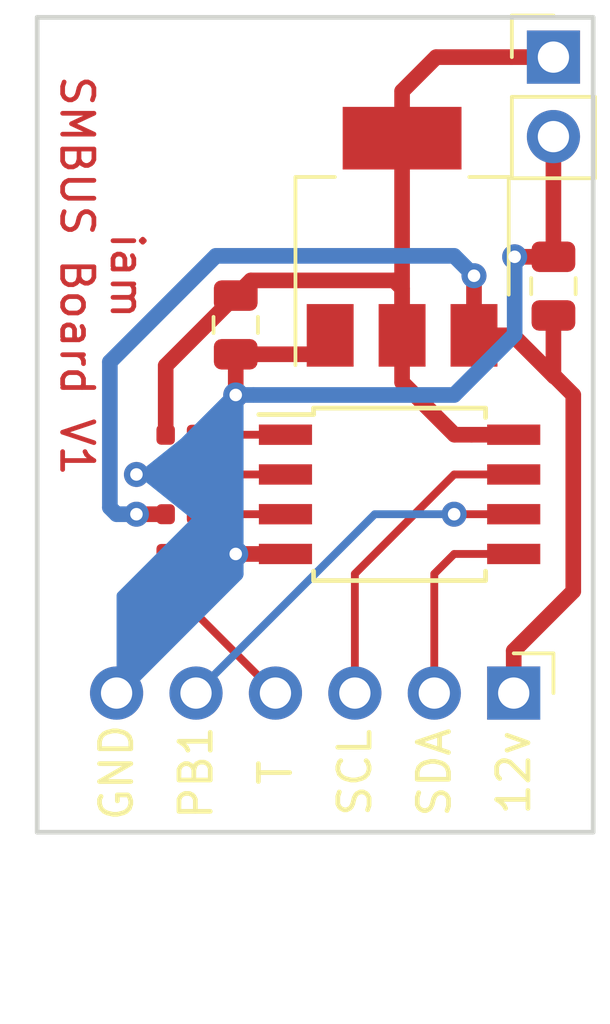
<source format=kicad_pcb>
(kicad_pcb (version 20241229) (generator "pcbnew") (generator_version "9.0")
  (layers (0 "F.Cu" signal) (2 "B.Cu" signal) (13 "F.Paste" user) (15 "B.Paste" user) (5 "F.SilkS" user) (7 "B.SilkS" user) (1 "F.Mask" user) (3 "B.Mask" user) (25 "Edge.Cuts" user))
  (net 0 "")
  (net 1 "GND")
  (net 2 "3.3v")
  (net 3 "VBatSensor")
  (net 4 "12v")
  (net 5 "SCL")
  (net 6 "SDA")
  (net 7 "CurrentSensor")
  (net 8 "T")
  (net 9 "R")
  (net 10 "T_C")
  (footprint "Resistor_SMD:R_0402_1005Metric" (layer "F.Cu") (at 153.185 111.125)
    (property "Reference" "R1" (hide yes))
    (property "Value" "3.3K" (hide yes))
    (pad "1" smd roundrect (at -0.485 0) (size 0.59 0.64) (layers "F.Cu" "F.Mask" "F.Paste") (net 1 "GND"))
    (pad "2" smd roundrect (at 0.485 0) (size 0.59 0.64) (layers "F.Cu" "F.Mask" "F.Paste") (net 3 "VBatSensor"))
  )
  (footprint "Resistor_SMD:R_0402_1005Metric" (layer "F.Cu") (at 153.185 112.395)
    (property "Reference" "R2" (hide yes))
    (property "Value" "10K" (hide yes))
    (pad "1" smd roundrect (at -0.485 0) (size 0.59 0.64) (layers "F.Cu" "F.Mask" "F.Paste") (net 4 "12v"))
    (pad "2" smd roundrect (at 0.485 0) (size 0.59 0.64) (layers "F.Cu" "F.Mask" "F.Paste") (net 3 "VBatSensor"))
  )
  (footprint "Capacitor_SMD:C_0805_2012Metric" (layer "F.Cu") (at 154.94 106.3475 -90)
    (property "Reference" "C1" (hide yes))
    (property "Value" "22uF" (hide yes))
    (fp_line (start -0.258578 0.71) (end 0.258578 0.71) (stroke (width 0.12)) (layer "F.SilkS"))
    (fp_line (start -0.258578 -0.71) (end 0.258578 -0.71) (stroke (width 0.12)) (layer "F.SilkS"))
    (pad "1" smd roundrect (at -0.9375 0 270) (size 0.975 1.4) (layers "F.Cu" "F.Mask" "F.Paste") (net 2 "3.3v"))
    (pad "2" smd roundrect (at 0.9375 0 270) (size 0.975 1.4) (layers "F.Cu" "F.Mask" "F.Paste") (net 1 "GND"))
  )
  (footprint "Resistor_SMD:R_0402_1005Metric" (layer "F.Cu") (at 153.185 109.855)
    (property "Reference" "R4" (hide yes))
    (property "Value" "10k" (hide yes))
    (pad "1" smd roundrect (at -0.485 0) (size 0.59 0.64) (layers "F.Cu" "F.Mask" "F.Paste") (net 2 "3.3v"))
    (pad "2" smd roundrect (at 0.485 0) (size 0.59 0.64) (layers "F.Cu" "F.Mask" "F.Paste") (net 9 "R"))
  )
  (footprint "Package_SO:SOIJ-8_5.3x5.3mm_P1.27mm" (layer "F.Cu") (at 160.18 111.76)
    (property "Reference" "U1" (hide yes))
    (property "Value" "ATtiny85-20SU")
    (fp_line (start -2.75 -2.755) (end -2.75 -2.55) (stroke (width 0.15)) (layer "F.SilkS"))
    (fp_line (start -2.75 -2.755) (end 2.75 -2.755) (stroke (width 0.15)) (layer "F.SilkS"))
    (fp_line (start -2.75 -2.55) (end -4.5 -2.55) (stroke (width 0.15)) (layer "F.SilkS"))
    (fp_line (start -2.75 2.755) (end -2.75 2.455) (stroke (width 0.15)) (layer "F.SilkS"))
    (fp_line (start -2.75 2.755) (end 2.75 2.755) (stroke (width 0.15)) (layer "F.SilkS"))
    (fp_line (start 2.75 -2.755) (end 2.75 -2.455) (stroke (width 0.15)) (layer "F.SilkS"))
    (fp_line (start 2.75 2.755) (end 2.75 2.455) (stroke (width 0.15)) (layer "F.SilkS"))
    (pad "1" smd rect (at -3.65 -1.905) (size 1.7 0.65) (layers "F.Cu" "F.Mask" "F.Paste") (net 9 "R"))
    (pad "2" smd rect (at -3.65 -0.635) (size 1.7 0.65) (layers "F.Cu" "F.Mask" "F.Paste") (net 3 "VBatSensor"))
    (pad "3" smd rect (at -3.65 0.635) (size 1.7 0.65) (layers "F.Cu" "F.Mask" "F.Paste") (net 10 "T_C"))
    (pad "4" smd rect (at -3.65 1.905) (size 1.7 0.65) (layers "F.Cu" "F.Mask" "F.Paste") (net 1 "GND"))
    (pad "5" smd rect (at 3.65 1.905) (size 1.7 0.65) (layers "F.Cu" "F.Mask" "F.Paste") (net 6 "SDA"))
    (pad "6" smd rect (at 3.65 0.635) (size 1.7 0.65) (layers "F.Cu" "F.Mask" "F.Paste") (net 7 "CurrentSensor"))
    (pad "7" smd rect (at 3.65 -0.635) (size 1.7 0.65) (layers "F.Cu" "F.Mask" "F.Paste") (net 5 "SCL"))
    (pad "8" smd rect (at 3.65 -1.905) (size 1.7 0.65) (layers "F.Cu" "F.Mask" "F.Paste") (net 2 "3.3v"))
  )
  (footprint "Package_TO_SOT_SMD:SOT-223-3_TabPin2" (layer "F.Cu") (at 160.26 103.53 90)
    (property "Reference" "U2" (hide yes))
    (property "Value" "LD1117S33TR_SOT223" (hide yes))
    (fp_line (start 1.91 -3.41) (end 1.91 -2.15) (stroke (width 0.12)) (layer "F.SilkS"))
    (fp_line (start -4.1 -3.41) (end 1.91 -3.41) (stroke (width 0.12)) (layer "F.SilkS"))
    (fp_line (start 1.91 3.41) (end 1.91 2.15) (stroke (width 0.12)) (layer "F.SilkS"))
    (fp_line (start -1.85 3.41) (end 1.91 3.41) (stroke (width 0.12)) (layer "F.SilkS"))
    (pad "1" smd rect (at -3.15 -2.3 90) (size 2 1.5) (layers "F.Cu" "F.Mask" "F.Paste") (net 1 "GND"))
    (pad "2" smd rect (at -3.15 0 90) (size 2 1.5) (layers "F.Cu" "F.Mask" "F.Paste") (net 2 "3.3v"))
    (pad "2" smd rect (at 3.15 0 90) (size 2 3.8) (layers "F.Cu" "F.Mask" "F.Paste") (net 2 "3.3v"))
    (pad "3" smd rect (at -3.15 2.3 90) (size 2 1.5) (layers "F.Cu" "F.Mask" "F.Paste") (net 4 "12v"))
  )
  (footprint "Resistor_SMD:R_0402_1005Metric" (layer "F.Cu") (at 153.185 113.665 180)
    (property "Reference" "R3" (hide yes))
    (property "Value" "10k" (hide yes))
    (pad "1" smd roundrect (at -0.485 0 180) (size 0.59 0.64) (layers "F.Cu" "F.Mask" "F.Paste") (net 10 "T_C"))
    (pad "2" smd roundrect (at 0.485 0 180) (size 0.59 0.64) (layers "F.Cu" "F.Mask" "F.Paste") (net 8 "T"))
  )
  (footprint "Connector_PinHeader_2.54mm:PinHeader_1x06_P2.54mm_Horizontal" (layer "F.Cu") (at 163.83 118.11 -90)
    (property "Reference" "J1" (hide yes))
    (property "Value" "Conn_01x06_Male" (hide yes))
    (fp_line (start -1.27 0) (end -1.27 -1.27) (stroke (width 0.12)) (layer "F.SilkS"))
    (fp_line (start -1.27 -1.27) (end 0 -1.27) (stroke (width 0.12)) (layer "F.SilkS"))
    (fp_text user "SCL" (at 2.54 5.08 90) (layer "F.SilkS"))
    (fp_text user "12v" (at 2.54 0 90) (layer "F.SilkS"))
    (fp_text user "T" (at 2.54 7.62 90) (layer "F.SilkS"))
    (fp_text user "GND" (at 2.54 12.7 90) (layer "F.SilkS"))
    (fp_text user "SDA" (at 2.54 2.54 90) (layer "F.SilkS"))
    (fp_text user "PB1" (at 2.54 10.16 90) (layer "F.SilkS"))
    (pad "1" thru_hole rect (at 0 0 270) (size 1.7 1.7) (drill 1) (layers "*.Cu" "*.Mask") (net 4 "12v"))
    (pad "2" thru_hole oval (at 0 2.54 270) (size 1.7 1.7) (drill 1) (layers "*.Cu" "*.Mask") (net 6 "SDA"))
    (pad "3" thru_hole oval (at 0 5.08 270) (size 1.7 1.7) (drill 1) (layers "*.Cu" "*.Mask") (net 5 "SCL"))
    (pad "4" thru_hole oval (at 0 7.62 270) (size 1.7 1.7) (drill 1) (layers "*.Cu" "*.Mask") (net 8 "T"))
    (pad "5" thru_hole oval (at 0 10.16 270) (size 1.7 1.7) (drill 1) (layers "*.Cu" "*.Mask") (net 7 "CurrentSensor"))
    (pad "6" thru_hole oval (at 0 12.7 270) (size 1.7 1.7) (drill 1) (layers "*.Cu" "*.Mask") (net 1 "GND"))
  )
  (footprint "Capacitor_SMD:C_0805_2012Metric" (layer "F.Cu") (at 165.1 105.1075 90)
    (property "Reference" "C2" (hide yes))
    (property "Value" "22uF" (hide yes))
    (fp_line (start -0.258578 -0.71) (end 0.258578 -0.71) (stroke (width 0.12)) (layer "F.SilkS"))
    (fp_line (start -0.258578 0.71) (end 0.258578 0.71) (stroke (width 0.12)) (layer "F.SilkS"))
    (pad "1" smd roundrect (at -0.9375 0 90) (size 0.975 1.4) (layers "F.Cu" "F.Mask" "F.Paste") (net 4 "12v"))
    (pad "2" smd roundrect (at 0.9375 0 90) (size 0.975 1.4) (layers "F.Cu" "F.Mask" "F.Paste") (net 1 "GND"))
  )
  (footprint "Connector_PinHeader_2.54mm:PinHeader_1x02_P2.54mm_Vertical" (layer "F.Cu") (at 165.1 97.79)
    (property "Reference" "J2" (hide yes))
    (property "Value" "Conn_01x02_Male" (hide yes))
    (fp_line (start -1.33 -1.33) (end 0 -1.33) (stroke (width 0.12)) (layer "F.SilkS"))
    (fp_line (start -1.33 0) (end -1.33 -1.33) (stroke (width 0.12)) (layer "F.SilkS"))
    (fp_line (start -1.33 1.27) (end -1.33 3.87) (stroke (width 0.12)) (layer "F.SilkS"))
    (fp_line (start -1.33 1.27) (end 1.33 1.27) (stroke (width 0.12)) (layer "F.SilkS"))
    (fp_line (start -1.33 3.87) (end 1.33 3.87) (stroke (width 0.12)) (layer "F.SilkS"))
    (fp_line (start 1.33 1.27) (end 1.33 3.87) (stroke (width 0.12)) (layer "F.SilkS"))
    (pad "1" thru_hole rect (at 0 0) (size 1.7 1.7) (drill 1) (layers "*.Cu" "*.Mask") (net 2 "3.3v"))
    (pad "2" thru_hole oval (at 0 2.54) (size 1.7 1.7) (drill 1) (layers "*.Cu" "*.Mask") (net 1 "GND"))
  )
  (gr_line (start 148.59 122.555) (end 148.59 96.52) (stroke (width 0.15)) (layer "Edge.Cuts"))
  (gr_line (start 166.37 122.555) (end 148.59 122.555) (stroke (width 0.15)) (layer "Edge.Cuts"))
  (gr_line (start 148.59 96.52) (end 166.37 96.52) (stroke (width 0.15)) (layer "Edge.Cuts"))
  (gr_line (start 166.37 96.52) (end 166.37 122.555) (stroke (width 0.15)) (layer "Edge.Cuts"))
  (gr_text "iam\nSMBUS Board V1\n\n" (at 149.86 104.775 -90) (layer "F.Cu") (effects (font (size 1 1))))
  (segment (start 154.94 113.665) (end 154.94 113.665) (width 0.5) (layer "F.Cu") (net 1))
  (segment (start 151.765 111.125) (end 151.765 111.125) (width 0.5) (layer "F.Cu") (net 1))
  (segment (start 154.94 108.585) (end 154.94 108.585) (width 0.5) (layer "F.Cu") (net 1))
  (segment (start 163.86 104.17) (end 163.86 104.17) (width 0.5) (layer "F.Cu") (net 1))
  (segment (start 163.86 104.17) (end 165.1 104.17) (width 0.5) (layer "F.Cu") (net 1))
  (segment (start 156.53 113.665) (end 154.94 113.665) (width 0.5) (layer "F.Cu") (net 1))
  (segment (start 154.94 107.285) (end 157.355 107.285) (width 0.5) (layer "F.Cu") (net 1))
  (segment (start 165.1 104.17) (end 165.1 100.33) (width 0.5) (layer "F.Cu") (net 1))
  (segment (start 154.94 107.285) (end 154.94 108.585) (width 0.5) (layer "F.Cu") (net 1))
  (segment (start 152.7 111.125) (end 151.765 111.125) (width 0.5) (layer "F.Cu") (net 1))
  (segment (start 157.355 107.285) (end 157.96 106.68) (width 0.5) (layer "F.Cu") (net 1))
  (via (at 163.86 104.17) (size 0.8) (drill 0.4) (layers "F.Cu" "B.Cu") (net 1))
  (via (at 151.765 111.125) (size 0.8) (drill 0.4) (layers "F.Cu" "B.Cu") (net 1))
  (via (at 154.94 113.665) (size 0.8) (drill 0.4) (layers "F.Cu" "B.Cu") (net 1))
  (via (at 154.94 108.585) (size 0.8) (drill 0.4) (layers "F.Cu" "B.Cu") (net 1))
  (segment (start 154.94 114.3) (end 151.13 118.11) (width 0.5) (layer "B.Cu") (net 1))
  (segment (start 161.925 108.585) (end 155.505685 108.585) (width 0.5) (layer "B.Cu") (net 1))
  (segment (start 155.505685 108.585) (end 154.94 108.585) (width 0.5) (layer "B.Cu") (net 1))
  (segment (start 163.86 106.65) (end 161.925 108.585) (width 0.5) (layer "B.Cu") (net 1))
  (segment (start 154.94 108.585) (end 154.94 113.665) (width 0.5) (layer "B.Cu") (net 1))
  (segment (start 163.86 104.17) (end 163.86 106.65) (width 0.5) (layer "B.Cu") (net 1))
  (segment (start 154.94 113.665) (end 154.94 114.3) (width 0.5) (layer "B.Cu") (net 1))
  (segment (start 151.765 111.125) (end 152.4 111.125) (width 0.5) (layer "B.Cu") (net 1))
  (segment (start 152.4 111.125) (end 154.94 108.585) (width 0.5) (layer "B.Cu") (net 1))
  (segment (start 160.26 108.18) (end 161.935 109.855) (width 0.5) (layer "F.Cu") (net 2))
  (segment (start 160.004473 104.924473) (end 160.26 105.18) (width 0.5) (layer "F.Cu") (net 2))
  (segment (start 160.26 105.18) (end 160.26 106.68) (width 0.5) (layer "F.Cu") (net 2))
  (segment (start 160.26 106.68) (end 160.26 108.18) (width 0.5) (layer "F.Cu") (net 2))
  (segment (start 162.48 109.855) (end 163.83 109.855) (width 0.5) (layer "F.Cu") (net 2))
  (segment (start 160.26 100.38) (end 160.26 98.88) (width 0.5) (layer "F.Cu") (net 2))
  (segment (start 154.94 105.41) (end 155.425527 104.924473) (width 0.5) (layer "F.Cu") (net 2))
  (segment (start 163.75 97.79) (end 165.1 97.79) (width 0.5) (layer "F.Cu") (net 2))
  (segment (start 155.425527 104.924473) (end 160.004473 104.924473) (width 0.5) (layer "F.Cu") (net 2))
  (segment (start 152.7 107.65) (end 152.7 109.855) (width 0.5) (layer "F.Cu") (net 2))
  (segment (start 160.26 98.88) (end 161.35 97.79) (width 0.5) (layer "F.Cu") (net 2))
  (segment (start 161.935 109.855) (end 162.48 109.855) (width 0.5) (layer "F.Cu") (net 2))
  (segment (start 154.94 105.41) (end 152.7 107.65) (width 0.5) (layer "F.Cu") (net 2))
  (segment (start 160.26 106.68) (end 160.26 100.38) (width 0.5) (layer "F.Cu") (net 2))
  (segment (start 161.35 97.79) (end 163.75 97.79) (width 0.5) (layer "F.Cu") (net 2))
  (segment (start 153.67 111.125) (end 156.53 111.125) (width 0.25) (layer "F.Cu") (net 3))
  (segment (start 153.67 112.395) (end 153.67 111.125) (width 0.25) (layer "F.Cu") (net 3))
  (segment (start 162.56 104.775) (end 162.56 104.775) (width 0.5) (layer "F.Cu") (net 4))
  (segment (start 151.765 112.395) (end 151.765 112.395) (width 0.5) (layer "F.Cu") (net 4))
  (segment (start 165.735 108.585) (end 165.735 114.855) (width 0.5) (layer "F.Cu") (net 4))
  (segment (start 163.83 116.76) (end 163.83 118.11) (width 0.5) (layer "F.Cu") (net 4))
  (segment (start 165.1 106.045) (end 165.1 107.97) (width 0.5) (layer "F.Cu") (net 4))
  (segment (start 152.7 112.395) (end 151.765 112.395) (width 0.5) (layer "F.Cu") (net 4))
  (segment (start 165.130001 108.000001) (end 165.150001 108.000001) (width 0.5) (layer "F.Cu") (net 4))
  (segment (start 162.56 106.68) (end 162.56 104.775) (width 0.5) (layer "F.Cu") (net 4))
  (segment (start 165.1 107.97) (end 165.130001 108.000001) (width 0.5) (layer "F.Cu") (net 4))
  (segment (start 163.81 106.68) (end 165.130001 108.000001) (width 0.5) (layer "F.Cu") (net 4))
  (segment (start 165.150001 108.000001) (end 165.735 108.585) (width 0.5) (layer "F.Cu") (net 4))
  (segment (start 162.56 106.68) (end 163.81 106.68) (width 0.5) (layer "F.Cu") (net 4))
  (segment (start 165.735 114.855) (end 163.83 116.76) (width 0.5) (layer "F.Cu") (net 4))
  (via (at 151.765 112.395) (size 0.8) (drill 0.4) (layers "F.Cu" "B.Cu") (net 4))
  (via (at 162.56 104.775) (size 0.8) (drill 0.4) (layers "F.Cu" "B.Cu") (net 4))
  (segment (start 151.13 112.395) (end 150.914999 112.179999) (width 0.5) (layer "B.Cu") (net 4))
  (segment (start 151.765 112.395) (end 151.13 112.395) (width 0.5) (layer "B.Cu") (net 4))
  (segment (start 150.914999 107.530001) (end 154.305 104.14) (width 0.5) (layer "B.Cu") (net 4))
  (segment (start 161.925 104.14) (end 162.56 104.775) (width 0.5) (layer "B.Cu") (net 4))
  (segment (start 150.914999 112.179999) (end 150.914999 107.530001) (width 0.5) (layer "B.Cu") (net 4))
  (segment (start 154.305 104.14) (end 161.925 104.14) (width 0.5) (layer "B.Cu") (net 4))
  (segment (start 163.83 111.125) (end 161.925 111.125) (width 0.25) (layer "F.Cu") (net 5))
  (segment (start 161.925 111.125) (end 158.75 114.3) (width 0.25) (layer "F.Cu") (net 5))
  (segment (start 158.75 114.3) (end 158.75 118.11) (width 0.25) (layer "F.Cu") (net 5))
  (segment (start 163.83 113.665) (end 161.925 113.665) (width 0.25) (layer "F.Cu") (net 6))
  (segment (start 161.925 113.665) (end 161.29 114.3) (width 0.25) (layer "F.Cu") (net 6))
  (segment (start 161.29 114.3) (end 161.29 118.11) (width 0.25) (layer "F.Cu") (net 6))
  (segment (start 161.925 112.395) (end 161.925 112.395) (width 0.25) (layer "F.Cu") (net 7))
  (segment (start 163.83 112.395) (end 161.925 112.395) (width 0.25) (layer "F.Cu") (net 7))
  (via (at 161.925 112.395) (size 0.8) (drill 0.4) (layers "F.Cu" "B.Cu") (net 7))
  (segment (start 161.925 112.395) (end 159.385 112.395) (width 0.25) (layer "B.Cu") (net 7))
  (segment (start 159.385 112.395) (end 153.67 118.11) (width 0.25) (layer "B.Cu") (net 7))
  (segment (start 152.7 113.665) (end 152.7 114.6) (width 0.25) (layer "F.Cu") (net 8))
  (segment (start 152.7 114.6) (end 156.21 118.11) (width 0.25) (layer "F.Cu") (net 8))
  (segment (start 153.67 109.855) (end 156.53 109.855) (width 0.25) (layer "F.Cu") (net 9))
  (segment (start 153.67 113.665) (end 154.94 112.395) (width 0.25) (layer "F.Cu") (net 10))
  (segment (start 154.94 112.395) (end 156.53 112.395) (width 0.25) (layer "F.Cu") (net 10))
  (zone (net 1) (net_name "GND") (layer "B.Cu") (connect_pads yes (clearance 0)) (min_thickness 0.254) (fill yes (thermal_gap 0.508) (thermal_bridge_width 0.508))
    (polygon (pts (xy 154.94 113.665) (xy 151.765 111.125) (xy 154.94 108.585)))
  )
  (zone (net 1) (net_name "GND") (layer "B.Cu") (connect_pads yes (clearance 0)) (min_thickness 0.254) (fill yes (thermal_gap 0.508) (thermal_bridge_width 0.508))
    (polygon (pts (xy 154.94 113.03) (xy 151.765 111.125) (xy 154.94 108.585)))
  )
  (zone (net 1) (net_name "GND") (layer "B.Cu") (connect_pads yes (clearance 0)) (min_thickness 0.254) (fill yes (thermal_gap 0.508) (thermal_bridge_width 0.508))
    (polygon (pts (xy 154.94 113.665) (xy 153.67 114.3) (xy 153.67 111.125) (xy 154.94 111.125)))
  )
  (zone (net 1) (net_name "GND") (layer "B.Cu") (connect_pads yes (clearance 0)) (min_thickness 0.254) (fill yes (thermal_gap 0.508) (thermal_bridge_width 0.508))
    (polygon (pts (xy 154.94 114.3) (xy 151.13 118.11) (xy 151.13 114.935) (xy 154.94 111.125)))
  )
)
</source>
